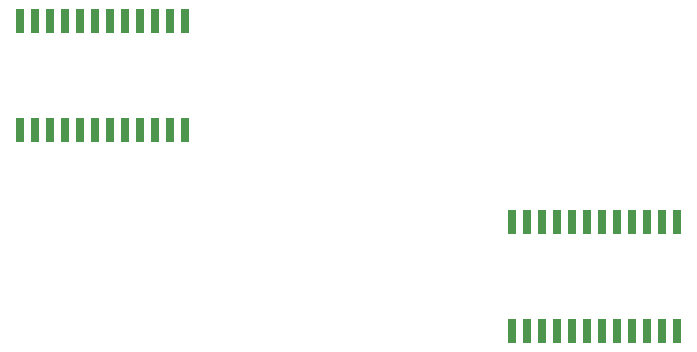
<source format=gbr>
%TF.GenerationSoftware,KiCad,Pcbnew,7.0.6*%
%TF.CreationDate,2023-09-01T12:50:58+02:00*%
%TF.ProjectId,gs,67732e6b-6963-4616-945f-706362585858,rev?*%
%TF.SameCoordinates,Original*%
%TF.FileFunction,Paste,Top*%
%TF.FilePolarity,Positive*%
%FSLAX46Y46*%
G04 Gerber Fmt 4.6, Leading zero omitted, Abs format (unit mm)*
G04 Created by KiCad (PCBNEW 7.0.6) date 2023-09-01 12:50:58*
%MOMM*%
%LPD*%
G01*
G04 APERTURE LIST*
G04 Aperture macros list*
%AMRoundRect*
0 Rectangle with rounded corners*
0 $1 Rounding radius*
0 $2 $3 $4 $5 $6 $7 $8 $9 X,Y pos of 4 corners*
0 Add a 4 corners polygon primitive as box body*
4,1,4,$2,$3,$4,$5,$6,$7,$8,$9,$2,$3,0*
0 Add four circle primitives for the rounded corners*
1,1,$1+$1,$2,$3*
1,1,$1+$1,$4,$5*
1,1,$1+$1,$6,$7*
1,1,$1+$1,$8,$9*
0 Add four rect primitives between the rounded corners*
20,1,$1+$1,$2,$3,$4,$5,0*
20,1,$1+$1,$4,$5,$6,$7,0*
20,1,$1+$1,$6,$7,$8,$9,0*
20,1,$1+$1,$8,$9,$2,$3,0*%
G04 Aperture macros list end*
%ADD10RoundRect,0.042000X-0.258000X0.993000X-0.258000X-0.993000X0.258000X-0.993000X0.258000X0.993000X0*%
G04 APERTURE END LIST*
D10*
%TO.C,U8*%
X217297000Y-205169000D03*
X216027000Y-205169000D03*
X214757000Y-205169000D03*
X213487000Y-205169000D03*
X212217000Y-205169000D03*
X210947000Y-205169000D03*
X209677000Y-205169000D03*
X208407000Y-205169000D03*
X207137000Y-205169000D03*
X205867000Y-205169000D03*
X204597000Y-205169000D03*
X203327000Y-205169000D03*
X203327000Y-214439000D03*
X204597000Y-214439000D03*
X205867000Y-214439000D03*
X207137000Y-214439000D03*
X208407000Y-214439000D03*
X209677000Y-214439000D03*
X210947000Y-214439000D03*
X212217000Y-214439000D03*
X213487000Y-214439000D03*
X214757000Y-214439000D03*
X216027000Y-214439000D03*
X217297000Y-214439000D03*
%TD*%
%TO.C,U6*%
X175641000Y-188123000D03*
X174371000Y-188123000D03*
X173101000Y-188123000D03*
X171831000Y-188123000D03*
X170561000Y-188123000D03*
X169291000Y-188123000D03*
X168021000Y-188123000D03*
X166751000Y-188123000D03*
X165481000Y-188123000D03*
X164211000Y-188123000D03*
X162941000Y-188123000D03*
X161671000Y-188123000D03*
X161671000Y-197393000D03*
X162941000Y-197393000D03*
X164211000Y-197393000D03*
X165481000Y-197393000D03*
X166751000Y-197393000D03*
X168021000Y-197393000D03*
X169291000Y-197393000D03*
X170561000Y-197393000D03*
X171831000Y-197393000D03*
X173101000Y-197393000D03*
X174371000Y-197393000D03*
X175641000Y-197393000D03*
%TD*%
M02*

</source>
